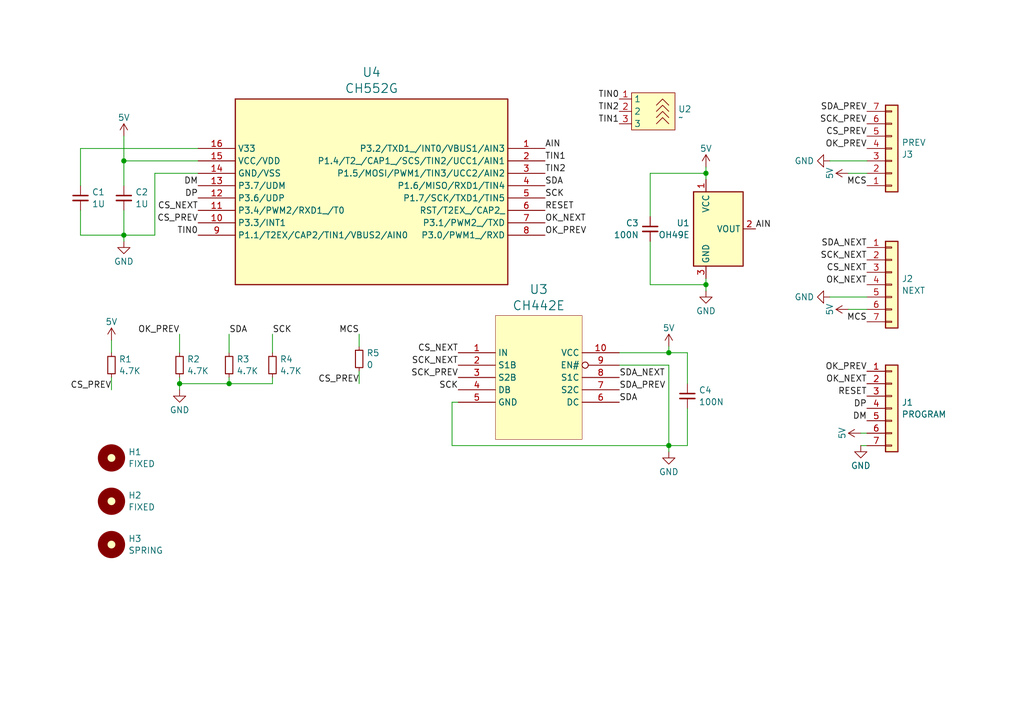
<source format=kicad_sch>
(kicad_sch (version 20250114) (generator "eeschema") (generator_version "9.0")
  (paper "A5")
  (lib_symbols
    (symbol "1New_Library_1:touchslider3"
      (property "Reference" "U" (at 0 0 0))
      (symbol "touchslider3_0_1"
        (rectangle (start -3.81 8.89) (end 5.08 1.27) (fill (type background)))
        (polyline (pts (xy 1.27 6.35) (xy 2.54 7.62) (xy 3.81 6.35)))
        (polyline (pts (xy 1.27 5.08) (xy 2.54 6.35) (xy 3.81 5.08)))
        (polyline (pts (xy 1.27 3.81) (xy 2.54 5.08) (xy 3.81 3.81)))
        (polyline (pts (xy 1.27 2.54) (xy 2.54 3.81) (xy 3.81 2.54)))
      )
      (symbol "touchslider3_1_1"
        (pin input line (at -6.35 7.62 0) (length 2.54) (name "1") (number "1"))
        (pin input line (at -6.35 5.08 0) (length 2.54) (name "2") (number "2"))
        (pin input line (at -6.35 2.54 0) (length 2.54) (name "3") (number "3"))
      )
    )
    (symbol "CHXXX:CH442E"
      (property "Reference" "U" (at 0 0 0))
      (property "Value" "CH442E" (at 0 -27.94 0))
      (symbol "CH442E_1_0"
        (rectangle (start 17.78 0) (end 0 -25.4) (stroke (width 0.0254) (color 128 0 0 1)) (fill (type background)))
        (pin input line (at -7.62 -7.62 0) (length 7.62) (name "IN") (number "1"))
        (pin bidirectional line (at -7.62 -10.16 0) (length 7.62) (name "S1B") (number "2"))
        (pin bidirectional line (at -7.62 -12.7 0) (length 7.62) (name "S2B") (number "3"))
        (pin bidirectional line (at -7.62 -15.24 0) (length 7.62) (name "DB") (number "4"))
        (pin power_in line (at -7.62 -17.78 0) (length 7.62) (name "GND") (number "5"))
        (pin power_in line (at 25.4 -7.62 180) (length 7.62) (name "VCC") (number "10"))
        (pin input inverted (at 25.4 -10.16 180) (length 7.62) (name "EN#") (number "9"))
        (pin bidirectional line (at 25.4 -12.7 180) (length 7.62) (name "S1C") (number "8"))
        (pin bidirectional line (at 25.4 -15.24 180) (length 7.62) (name "S2C") (number "7"))
        (pin bidirectional line (at 25.4 -17.78 180) (length 7.62) (name "DC") (number "6"))
      )
    )
    (symbol "CHXXX:CH552G"
      (property "Reference" "U" (at 0 0 0))
      (property "Value" "CH552G" (at 0 -40.64 0))
      (symbol "CH552G_1_0"
        (rectangle (start 55.88 0) (end 0 -38.1) (stroke (width 0.254) (color 128 0 0 1)) (fill (type background)))
        (pin bidirectional line (at -7.62 -10.16 0) (length 7.62) (name "P3.2/TXD1_/INT0/VBUS1/AIN3") (number "1"))
        (pin bidirectional line (at -7.62 -12.7 0) (length 7.62) (name "P1.4/T2_/CAP1_/SCS/TIN2/UCC1/AIN1") (number "2"))
        (pin bidirectional line (at -7.62 -15.24 0) (length 7.62) (name "P1.5/MOSI/PWM1/TIN3/UCC2/AIN2") (number "3"))
        (pin bidirectional line (at -7.62 -17.78 0) (length 7.62) (name "P1.6/MISO/RXD1/TIN4") (number "4"))
        (pin bidirectional line (at -7.62 -20.32 0) (length 7.62) (name "P1.7/SCK/TXD1/TIN5") (number "5"))
        (pin input line (at -7.62 -22.86 0) (length 7.62) (name "RST/T2EX_/CAP2_") (number "6"))
        (pin bidirectional line (at -7.62 -25.4 0) (length 7.62) (name "P3.1/PWM2_/TXD") (number "7"))
        (pin bidirectional line (at -7.62 -27.94 0) (length 7.62) (name "P3.0/PWM1_/RXD") (number "8"))
        (pin power_in line (at 63.5 -10.16 180) (length 7.62) (name "V33") (number "16"))
        (pin power_in line (at 63.5 -12.7 180) (length 7.62) (name "VCC/VDD") (number "15"))
        (pin power_in line (at 63.5 -15.24 180) (length 7.62) (name "GND/VSS") (number "14"))
        (pin bidirectional line (at 63.5 -17.78 180) (length 7.62) (name "P3.7/UDM") (number "13"))
        (pin bidirectional line (at 63.5 -20.32 180) (length 7.62) (name "P3.6/UDP") (number "12"))
        (pin bidirectional line (at 63.5 -22.86 180) (length 7.62) (name "P3.4/PWM2/RXD1_/T0") (number "11"))
        (pin bidirectional line (at 63.5 -25.4 180) (length 7.62) (name "P3.3/INT1") (number "10"))
        (pin bidirectional line (at 63.5 -27.94 180) (length 7.62) (name "P1.1/T2EX/CAP2/TIN1/VBUS2/AIN0") (number "9"))
      )
    )
    (symbol "Connector:DIN-5" (pin_names (offset 1.016))
      (property "Reference" "J" (at 3.175 5.715 0))
      (property "Value" "DIN-5" (at 0 -6.35 0))
      (symbol "DIN-5_0_1"
        (polyline (pts (xy -5.08 2.54) (xy -4.318 2.54) (xy -3.175 1.905)))
        (polyline (pts (xy -5.08 -2.54) (xy -4.318 -2.54) (xy -3.175 -1.905)))
        (circle (center -2.794 1.524) (radius 0.508))
        (circle (center -2.794 -1.524) (radius 0.508))
        (polyline (pts (xy -0.762 -4.953) (xy -0.762 -4.191) (xy 0.762 -4.191) (xy 0.762 -4.953)) (stroke (width 0.254)))
        (arc (start 5.08 0) (mid 3.8673 -3.3444) (end 0.762 -5.08) (stroke (width 0.254)))
        (polyline (pts (xy 0 5.08) (xy 0 3.81)))
        (circle (center 0 3.302) (radius 0.508))
        (arc (start -5.08 0) (mid 0 5.0579) (end 5.08 0) (stroke (width 0.254)))
        (arc (start -0.762 -5.08) (mid -3.8597 -3.3379) (end -5.08 0) (stroke (width 0.254)))
        (circle (center 2.794 1.524) (radius 0.508))
        (circle (center 2.794 -1.524) (radius 0.508))
        (polyline (pts (xy 5.08 2.54) (xy 4.318 2.54) (xy 3.175 1.905)))
        (polyline (pts (xy 5.08 -2.54) (xy 4.318 -2.54) (xy 3.175 -1.905)))
      )
      (symbol "DIN-5_1_1"
        (pin passive line (at -7.62 2.54 0) (length 2.54) (name "~") (number "2"))
        (pin passive line (at -7.62 -2.54 0) (length 2.54) (name "~") (number "1"))
        (pin passive line (at 0 7.62 270) (length 2.54) (name "~") (number "3"))
        (pin passive line (at 7.62 2.54 180) (length 2.54) (name "~") (number "4"))
        (pin passive line (at 7.62 -2.54 180) (length 2.54) (name "~") (number "5"))
      )
    )
    (symbol "Connector_Generic:Conn_01x07" (pin_names (offset 1.016) (hide yes))
      (property "Reference" "J" (at 0 10.16 0))
      (property "Value" "Conn_01x07" (at 0 -10.16 0))
      (symbol "Conn_01x07_1_1"
        (rectangle (start -1.27 8.89) (end 1.27 -8.89) (stroke (width 0.254)) (fill (type background)))
        (rectangle (start -1.27 7.747) (end 0 7.493) (stroke (width 0.1524)))
        (rectangle (start -1.27 5.207) (end 0 4.953) (stroke (width 0.1524)))
        (rectangle (start -1.27 2.667) (end 0 2.413) (stroke (width 0.1524)))
        (rectangle (start -1.27 0.127) (end 0 -0.127) (stroke (width 0.1524)))
        (rectangle (start -1.27 -2.413) (end 0 -2.667) (stroke (width 0.1524)))
        (rectangle (start -1.27 -4.953) (end 0 -5.207) (stroke (width 0.1524)))
        (rectangle (start -1.27 -7.493) (end 0 -7.747) (stroke (width 0.1524)))
        (pin passive line (at -5.08 7.62 0) (length 3.81) (name "Pin_1") (number "1"))
        (pin passive line (at -5.08 5.08 0) (length 3.81) (name "Pin_2") (number "2"))
        (pin passive line (at -5.08 2.54 0) (length 3.81) (name "Pin_3") (number "3"))
        (pin passive line (at -5.08 0 0) (length 3.81) (name "Pin_4") (number "4"))
        (pin passive line (at -5.08 -2.54 0) (length 3.81) (name "Pin_5") (number "5"))
        (pin passive line (at -5.08 -5.08 0) (length 3.81) (name "Pin_6") (number "6"))
        (pin passive line (at -5.08 -7.62 0) (length 3.81) (name "Pin_7") (number "7"))
      )
    )
    (symbol "Device:C_Small" (pin_numbers (hide yes)) (pin_names (offset 0.254) (hide yes))
      (property "Reference" "C" (at 0.254 1.778 0))
      (property "Value" "C_Small" (at 0.254 -2.032 0))
      (symbol "C_Small_0_1"
        (polyline (pts (xy -1.524 0.508) (xy 1.524 0.508)) (stroke (width 0.3048)))
        (polyline (pts (xy -1.524 -0.508) (xy 1.524 -0.508)) (stroke (width 0.3302)))
      )
      (symbol "C_Small_1_1"
        (pin passive line (at 0 2.54 270) (length 2.032) (name "~") (number "1"))
        (pin passive line (at 0 -2.54 90) (length 2.032) (name "~") (number "2"))
      )
    )
    (symbol "Device:R_Small" (pin_numbers (hide yes)) (pin_names (offset 0.254) (hide yes))
      (property "Reference" "R" (at 0.762 0.508 0))
      (property "Value" "R_Small" (at 0.762 -1.016 0))
      (symbol "R_Small_0_1"
        (rectangle (start -0.762 1.778) (end 0.762 -1.778) (stroke (width 0.2032)))
      )
      (symbol "R_Small_1_1"
        (pin passive line (at 0 2.54 270) (length 0.762) (name "~") (number "1"))
        (pin passive line (at 0 -2.54 90) (length 0.762) (name "~") (number "2"))
      )
    )
    (symbol "Isolator:6N138" (pin_names (offset 1.016) (hide yes))
      (property "Reference" "U" (at -4.064 8.89 0))
      (property "Value" "6N138" (at 2.286 8.89 0))
      (symbol "6N138_0_1"
        (rectangle (start -5.08 7.62) (end 5.08 -7.62) (stroke (width 0.254)) (fill (type background)))
        (polyline (pts (xy -5.08 -2.54) (xy -3.937 -2.54) (xy -3.937 2.54) (xy -5.08 2.54)))
        (polyline (pts (xy -4.572 -0.635) (xy -3.302 -0.635)) (stroke (width 0.254)))
        (polyline (pts (xy -3.937 -0.635) (xy -4.572 0.635) (xy -3.302 0.635) (xy -3.937 -0.635)) (stroke (width 0.254)))
        (polyline (pts (xy -2.794 0.508) (xy -1.524 0.508) (xy -1.905 0.381) (xy -1.905 0.635) (xy -1.524 0.508)))
        (polyline (pts (xy -2.794 -0.508) (xy -1.524 -0.508) (xy -1.905 -0.635) (xy -1.905 -0.381) (xy -1.524 -0.508)))
        (polyline (pts (xy 0.254 -0.635) (xy 0.889 -1.905) (xy -0.381 -1.905) (xy 0.254 -0.635)) (stroke (width 0.254)))
        (polyline (pts (xy 0.889 -0.635) (xy -0.381 -0.635)) (stroke (width 0.254)))
        (polyline (pts (xy 1.27 -2.54) (xy 0.254 -2.54) (xy 0.254 5.08) (xy 2.54 5.08)))
        (polyline (pts (xy 1.397 -1.524) (xy 1.397 -3.556) (xy 1.397 -3.556)) (stroke (width 0.3556)))
        (polyline (pts (xy 1.397 -2.413) (xy 2.54 -1.27)))
        (polyline (pts (xy 1.397 -2.667) (xy 2.54 -3.81)))
        (polyline (pts (xy 2.413 -3.683) (xy 2.159 -3.175) (xy 1.905 -3.429) (xy 2.413 -3.683)))
        (polyline (pts (xy 2.54 -1.27) (xy 2.54 5.08) (xy 5.08 5.08)))
        (polyline (pts (xy 2.54 -3.81) (xy 3.175 -3.81)))
        (polyline (pts (xy 3.429 -2.794) (xy 3.429 -4.826) (xy 3.429 -4.826)) (stroke (width 0.3556)))
        (polyline (pts (xy 3.429 -3.683) (xy 4.572 -2.54)))
        (polyline (pts (xy 3.429 -3.937) (xy 4.572 -5.08)))
        (polyline (pts (xy 4.445 -4.953) (xy 4.191 -4.445) (xy 3.937 -4.699) (xy 4.445 -4.953)))
        (polyline (pts (xy 4.572 -2.54) (xy 5.08 -2.54)))
        (polyline (pts (xy 4.572 -5.08) (xy 5.08 -5.08)))
        (polyline (pts (xy 5.08 2.54) (xy 3.048 2.54) (xy 3.048 -3.81)))
      )
      (symbol "6N138_1_1"
        (pin passive line (at -7.62 2.54 0) (length 2.54) (name "C1") (number "2"))
        (pin passive line (at -7.62 -2.54 0) (length 2.54) (name "C2") (number "3"))
        (pin no_connect line (at -5.08 5.08 0) (length 2.54) (hide yes) (name "NC") (number "1"))
        (pin no_connect line (at -5.08 -5.08 0) (length 2.54) (hide yes) (name "NC") (number "4"))
        (pin passive line (at 7.62 5.08 180) (length 2.54) (name "VCC") (number "8"))
        (pin passive line (at 7.62 2.54 180) (length 2.54) (name "VO1") (number "7"))
        (pin passive line (at 7.62 -2.54 180) (length 2.54) (name "VO2") (number "6"))
        (pin passive line (at 7.62 -5.08 180) (length 2.54) (name "GND") (number "5"))
      )
    )
    (symbol "PCM_Diode_AKL:1N914" (pin_numbers (hide yes)) (pin_names (offset 1.016) (hide yes))
      (property "Reference" "D" (at 0 5.08 0))
      (property "Value" "1N914" (at 0 2.54 0))
      (symbol "1N914_0_1"
        (polyline (pts (xy -1.27 1.27) (xy -1.27 -1.27) (xy 1.27 0) (xy -1.27 1.27)) (stroke (width 0.254)) (fill (type outline)))
        (polyline (pts (xy -1.27 0) (xy 1.27 0)))
        (polyline (pts (xy 1.27 1.27) (xy 1.27 -1.27)) (stroke (width 0.254)))
      )
      (symbol "1N914_0_2"
        (polyline (pts (xy -2.54 -2.54) (xy 2.54 2.54)))
        (polyline (pts (xy -0.889 -0.889) (xy -1.778 0) (xy 0.889 0.889) (xy 0 -1.778) (xy -0.889 -0.889)) (stroke (width 0.254)) (fill (type outline)))
        (polyline (pts (xy 0 1.778) (xy 1.778 0)) (stroke (width 0.254)))
      )
      (symbol "1N914_1_1"
        (pin passive line (at -3.81 0 0) (length 2.54) (name "A") (number "2"))
        (pin passive line (at 3.81 0 180) (length 2.54) (name "K") (number "1"))
      )
      (symbol "1N914_1_2"
        (pin passive line (at -2.54 -2.54 0) (length 0) (name "A") (number "2"))
        (pin passive line (at 2.54 2.54 180) (length 0) (name "K") (number "1"))
      )
    )
    (symbol "PCM_SL_Mechanical:MountingHole_M3"
      (property "Reference" "H" (at 0 7.62 0))
      (property "Value" "MountingHole_M3" (at 0 5.08 0))
      (symbol "MountingHole_M3_0_1"
        (circle (center 0 0) (radius 1.27) (fill (type background)))
        (circle (center 0 0) (radius 1.7961) (stroke (width 2)))
      )
    )
    (symbol "Sensor_Magnetic:A1101ELHL"
      (property "Reference" "U" (at 0 11.43 0))
      (property "Value" "A1101ELHL" (at 0 8.89 0))
      (symbol "A1101ELHL_0_1"
        (rectangle (start -5.08 7.62) (end 5.08 -7.62) (stroke (width 0.254)) (fill (type background)))
      )
      (symbol "A1101ELHL_1_1"
        (pin power_in line (at -2.54 10.16 270) (length 2.54) (name "VCC") (number "1"))
        (pin power_in line (at -2.54 -10.16 90) (length 2.54) (name "GND") (number "3"))
        (pin open_collector line (at 7.62 0 180) (length 2.54) (name "VOUT") (number "2"))
      )
    )
    (symbol "SparkFun-PowerSymbol:5V" (power) (pin_names (offset 0))
      (property "Value" "5V" (at 0 3.81 0))
      (symbol "5V_0_1"
        (polyline (pts (xy -0.762 1.27) (xy 0 2.54)))
        (polyline (pts (xy 0 2.54) (xy 0.762 1.27)))
        (polyline (pts (xy 0 0) (xy 0 2.54)))
      )
      (symbol "5V_1_1"
        (pin power_in line (at 0 0 90) (length 0) (hide yes) (name "5V") (number "1"))
      )
    )
    (symbol "power:GND" (power) (pin_numbers (hide yes)) (pin_names (offset 0) (hide yes))
      (property "Value" "GND" (at 0 -3.81 0))
      (symbol "GND_0_1"
        (polyline (pts (xy 0 0) (xy 0 -1.27) (xy 1.27 -1.27) (xy 0 -2.54) (xy -1.27 -1.27) (xy 0 -1.27)))
      )
      (symbol "GND_1_1"
        (pin power_in line (at 0 0 270) (length 0) (name "~") (number "1"))
      )
    )
  )
  (junction (at 46.99 78.74))
  (junction (at 144.78 35.56))
  (junction (at 144.78 58.42))
  (junction (at 149.86 468.63))
  (junction (at 149.86 458.47))
  (junction (at 25.4 33.02))
  (junction (at 25.4 48.26))
  (junction (at 137.16 91.44))
  (junction (at 181.61 463.55))
  (junction (at 137.16 72.39))
  (junction (at 36.83 78.74))
  (wire (pts (xy 137.16 92.71) (xy 137.16 91.44)))
  (wire (pts (xy 127 74.93) (xy 137.16 74.93)))
  (wire (pts (xy 144.78 57.15) (xy 144.78 58.42)))
  (wire (pts (xy 173.99 35.56) (xy 177.8 35.56)))
  (wire (pts (xy 144.78 58.42) (xy 144.78 59.69)))
  (wire (pts (xy 149.86 458.47) (xy 161.29 458.47)))
  (wire (pts (xy 93.98 82.55) (xy 92.71 82.55)))
  (wire (pts (xy 138.43 458.47) (xy 139.7 458.47)))
  (wire (pts (xy 73.66 68.58) (xy 73.66 71.12)))
  (wire (pts (xy 46.99 78.74) (xy 55.88 78.74)))
  (wire (pts (xy 25.4 27.94) (xy 25.4 33.02)))
  (wire (pts (xy 46.99 77.47) (xy 46.99 78.74)))
  (wire (pts (xy 25.4 43.18) (xy 25.4 48.26)))
  (wire (pts (xy 140.97 83.82) (xy 140.97 91.44)))
  (wire (pts (xy 176.53 88.9) (xy 177.8 88.9)))
  (wire (pts (xy 170.18 33.02) (xy 177.8 33.02)))
  (wire (pts (xy 181.61 463.55) (xy 181.61 462.28)))
  (wire (pts (xy 25.4 38.1) (xy 25.4 33.02)))
  (wire (pts (xy 55.88 78.74) (xy 55.88 77.47)))
  (wire (pts (xy 25.4 33.02) (xy 40.64 33.02)))
  (wire (pts (xy 127 72.39) (xy 137.16 72.39)))
  (wire (pts (xy 137.16 72.39) (xy 137.16 71.12)))
  (wire (pts (xy 140.97 72.39) (xy 137.16 72.39)))
  (wire (pts (xy 149.86 468.63) (xy 149.86 467.36)))
  (wire (pts (xy 16.51 38.1) (xy 16.51 30.48)))
  (wire (pts (xy 40.64 35.56) (xy 31.75 35.56)))
  (wire (pts (xy 177.8 466.09) (xy 176.53 466.09)))
  (wire (pts (xy 22.86 77.47) (xy 22.86 80.01)))
  (wire (pts (xy 133.35 58.42) (xy 144.78 58.42)))
  (wire (pts (xy 36.83 68.58) (xy 36.83 72.39)))
  (wire (pts (xy 16.51 30.48) (xy 40.64 30.48)))
  (wire (pts (xy 181.61 455.93) (xy 181.61 457.2)))
  (wire (pts (xy 176.53 455.93) (xy 181.61 455.93)))
  (wire (pts (xy 181.61 463.55) (xy 190.5 463.55)))
  (wire (pts (xy 36.83 78.74) (xy 46.99 78.74)))
  (wire (pts (xy 133.35 35.56) (xy 144.78 35.56)))
  (wire (pts (xy 176.53 91.44) (xy 177.8 91.44)))
  (wire (pts (xy 46.99 68.58) (xy 46.99 72.39)))
  (wire (pts (xy 140.97 78.74) (xy 140.97 72.39)))
  (wire (pts (xy 137.16 74.93) (xy 137.16 91.44)))
  (wire (pts (xy 133.35 49.53) (xy 133.35 58.42)))
  (wire (pts (xy 144.78 34.29) (xy 144.78 35.56)))
  (wire (pts (xy 177.8 466.09) (xy 177.8 468.63)))
  (wire (pts (xy 133.35 44.45) (xy 133.35 35.56)))
  (wire (pts (xy 161.29 463.55) (xy 161.29 468.63)))
  (wire (pts (xy 149.86 468.63) (xy 123.19 468.63)))
  (wire (pts (xy 16.51 43.18) (xy 16.51 48.26)))
  (wire (pts (xy 170.18 60.96) (xy 177.8 60.96)))
  (wire (pts (xy 16.51 48.26) (xy 25.4 48.26)))
  (wire (pts (xy 25.4 48.26) (xy 25.4 49.53)))
  (wire (pts (xy 123.19 458.47) (xy 123.19 468.63)))
  (wire (pts (xy 176.53 463.55) (xy 181.61 463.55)))
  (wire (pts (xy 144.78 458.47) (xy 149.86 458.47)))
  (wire (pts (xy 31.75 48.26) (xy 25.4 48.26)))
  (wire (pts (xy 173.99 63.5) (xy 177.8 63.5)))
  (wire (pts (xy 140.97 91.44) (xy 137.16 91.44)))
  (wire (pts (xy 22.86 69.85) (xy 22.86 72.39)))
  (wire (pts (xy 36.83 80.01) (xy 36.83 78.74)))
  (wire (pts (xy 149.86 458.47) (xy 149.86 459.74)))
  (wire (pts (xy 149.86 468.63) (xy 161.29 468.63)))
  (wire (pts (xy 73.66 76.2) (xy 73.66 78.74)))
  (wire (pts (xy 31.75 35.56) (xy 31.75 48.26)))
  (wire (pts (xy 55.88 68.58) (xy 55.88 72.39)))
  (wire (pts (xy 36.83 77.47) (xy 36.83 78.74)))
  (wire (pts (xy 92.71 91.44) (xy 137.16 91.44)))
  (wire (pts (xy 144.78 35.56) (xy 144.78 36.83)))
  (wire (pts (xy 92.71 82.55) (xy 92.71 91.44)))
  (label "RX" (at 190.5 463.55 0))
  (label "CS_PREV" (at 177.8 27.94 180))
  (label "OK_NEXT" (at 177.8 58.42 180))
  (label "DP" (at 40.64 40.64 180))
  (label "CS_PREV" (at 22.86 80.01 180))
  (label "SDA_NEXT" (at 127 77.47 0))
  (label "SDA" (at 111.76 38.1 0))
  (label "TIN1" (at 127 25.4 180))
  (label "SCK" (at 111.76 40.64 0))
  (label "DP" (at 177.8 83.82 180))
  (label "OK_PREV" (at 177.8 30.48 180))
  (label "MCS" (at 177.8 66.04 180))
  (label "OK_PREV" (at 111.76 48.26 0))
  (label "SDA" (at 127 82.55 0))
  (label "TIN0" (at 127 20.32 180))
  (label "DM" (at 40.64 38.1 180))
  (label "SCK" (at 55.88 68.58 0))
  (label "SDA_PREV" (at 127 80.01 0))
  (label "TIN0" (at 40.64 48.26 180))
  (label "CS_PREV" (at 40.64 45.72 180))
  (label "SDA" (at 46.99 68.58 0))
  (label "CS_NEXT" (at 93.98 72.39 180))
  (label "SCK" (at 93.98 80.01 180))
  (label "OK_NEXT" (at 111.76 45.72 0))
  (label "SCK_NEXT" (at 177.8 53.34 180))
  (label "AIN" (at 154.94 46.99 0))
  (label "CS_NEXT" (at 177.8 55.88 180))
  (label "SDA_PREV" (at 177.8 22.86 180))
  (label "OK_NEXT" (at 177.8 78.74 180))
  (label "CS_NEXT" (at 40.64 43.18 180))
  (label "RESET" (at 111.76 43.18 0))
  (label "DM" (at 177.8 86.36 180))
  (label "CS_PREV" (at 73.66 78.74 180))
  (label "SDA_NEXT" (at 177.8 50.8 180))
  (label "SCK_NEXT" (at 93.98 74.93 180))
  (label "TIN2" (at 111.76 35.56 0))
  (label "SCK_PREV" (at 177.8 25.4 180))
  (label "OK_PREV" (at 36.83 68.58 180))
  (label "OK_PREV" (at 177.8 76.2 180))
  (label "MCS" (at 73.66 68.58 180))
  (label "TIN2" (at 127 22.86 180))
  (label "RESET" (at 177.8 81.28 180))
  (label "MCS" (at 177.8 38.1 180))
  (label "SCK_PREV" (at 93.98 77.47 180))
  (label "TIN1" (at 111.76 33.02 0))
  (label "AIN" (at 111.76 30.48 0))
  (symbol (lib_id "Connector_Generic:Conn_01x07") (at 182.88 58.42 0) (unit 1)
    (property "Reference" "J2" (at 184.912 57.2078 0) (effects (justify left)))
    (property "Value" "NEXT" (at 184.912 59.6321 0) (effects (justify left)))
    (property "Footprint" "footprint:SM07BSRSSTBLFSN" (effects (hide yes)))
    (property "Description" "Generic connector, single row, 01x07, script generated (kicad-library-utils/schlib/autogen/connector/)" (effects (hide yes)))
  )
  (symbol (lib_id "power:GND") (at 170.18 33.02 270) (unit 1)
    (property "Reference" "#PWR03" (effects (hide yes)))
    (property "Value" "GND" (at 167.0051 33.02 90) (effects (justify right)))
    (property "Description" "Power symbol creates a global label with name \"GND\" , ground" (effects (hide yes)))
  )
  (symbol (lib_id "Device:R_Small") (at 36.83 74.93 0) (unit 1)
    (property "Reference" "R2" (at 38.3286 73.7178 0) (effects (justify left)))
    (property "Value" "4.7K" (at 38.3286 76.1421 0) (effects (justify left)))
    (property "Footprint" "PCM_Resistor_SMD_AKL:R_0603_1608Metric" (effects (hide yes)))
    (property "Description" "Resistor, small symbol" (effects (hide yes)))
  )
  (symbol (lib_id "power:GND") (at 137.16 92.71 0) (unit 1)
    (property "Reference" "#PWR04" (effects (hide yes)))
    (property "Value" "GND" (at 137.16 96.8431 0))
    (property "Description" "Power symbol creates a global label with name \"GND\" , ground" (effects (hide yes)))
  )
  (symbol (lib_id "Connector_Generic:Conn_01x07") (at 182.88 30.48 0) (mirror x) (unit 1)
    (property "Reference" "J3" (at 184.912 31.6922 0) (effects (justify left)))
    (property "Value" "PREV" (at 184.912 29.2679 0) (effects (justify left)))
    (property "Footprint" "footprint:SM07BSRSSTBLFSN" (effects (hide yes)))
    (property "Description" "Generic connector, single row, 01x07, script generated (kicad-library-utils/schlib/autogen/connector/)" (effects (hide yes)))
  )
  (symbol (lib_id "Connector:DIN-5") (at 130.81 455.93 180) (unit 1)
    (property "Reference" "J4" (at 130.8099 446.7055 0))
    (property "Value" "DIN-5" (at 130.8099 449.1298 0))
    (property "Datasheet" "http://www.mouser.com/ds/2/18/40_c091_abd_e-75918.pdf" (effects (hide yes)))
    (property "Description" "5-pin DIN connector" (effects (hide yes)))
  )
  (symbol (lib_id "PCM_SL_Mechanical:MountingHole_M3") (at 22.86 111.76 0) (unit 1)
    (property "Reference" "H3" (at 26.2911 110.5478 0) (effects (justify left)))
    (property "Value" "SPRING" (at 26.2911 112.9721 0) (effects (justify left)))
    (property "Footprint" "MountingHole:MountingHole_3.2mm_M3" (effects (hide yes)))
    (property "Description" "3.2mm Diameter Mounting Hole (M3)" (effects (hide yes)))
  )
  (symbol (lib_id "Device:R_Small") (at 73.66 73.66 0) (unit 1)
    (property "Reference" "R5" (at 75.1586 72.4478 0) (effects (justify left)))
    (property "Value" "0" (at 75.1586 74.8721 0) (effects (justify left)))
    (property "Footprint" "PCM_Resistor_SMD_AKL:R_0603_1608Metric" (effects (hide yes)))
    (property "Description" "Resistor, small symbol" (effects (hide yes)))
  )
  (symbol (lib_id "power:GND") (at 144.78 59.69 0) (unit 1)
    (property "Reference" "#PWR08" (effects (hide yes)))
    (property "Value" "GND" (at 144.78 63.8231 0))
    (property "Description" "Power symbol creates a global label with name \"GND\" , ground" (effects (hide yes)))
  )
  (symbol (lib_id "SparkFun-PowerSymbol:5V") (at 144.78 34.29 0) (unit 1)
    (property "Reference" "#PWR07" (effects (hide yes)))
    (property "Value" "5V" (at 144.78 30.48 0))
    (property "Description" "Power symbol creates a global label with name \"5V\"" (effects (hide yes)))
  )
  (symbol (lib_id "Device:C_Small") (at 133.35 46.99 0) (unit 1)
    (property "Reference" "C3" (at 131.0259 45.7841 0) (effects (justify right)))
    (property "Value" "100N" (at 131.0259 48.2084 0) (effects (justify right)))
    (property "Footprint" "PCM_Capacitor_SMD_AKL:C_0603_1608Metric" (effects (hide yes)))
    (property "Description" "Unpolarized capacitor, small symbol" (effects (hide yes)))
  )
  (symbol (lib_id "power:GND") (at 176.53 91.44 0) (unit 1)
    (property "Reference" "#PWR014" (effects (hide yes)))
    (property "Value" "GND" (at 176.53 95.5731 0))
    (property "Description" "Power symbol creates a global label with name \"GND\" , ground" (effects (hide yes)))
  )
  (symbol (lib_id "Device:R_Small") (at 46.99 74.93 0) (unit 1)
    (property "Reference" "R3" (at 48.4886 73.7178 0) (effects (justify left)))
    (property "Value" "4.7K" (at 48.4886 76.1421 0) (effects (justify left)))
    (property "Footprint" "PCM_Resistor_SMD_AKL:R_0603_1608Metric" (effects (hide yes)))
    (property "Description" "Resistor, small symbol" (effects (hide yes)))
  )
  (symbol (lib_id "Isolator:6N138") (at 168.91 461.01 0) (unit 1)
    (property "Reference" "U5" (at 168.91 449.2455 0))
    (property "Value" "6N138" (at 168.91 451.6698 0))
    (property "Datasheet" "http://www.onsemi.com/pub/Collateral/HCPL2731-D.pdf" (effects (hide yes)))
    (property "Description" "Low Input Current high Gain Split Darlington Optocouplers, -0.5V to 7V VDD, DIP-8" (effects (hide yes)))
  )
  (symbol (lib_id "CHXXX:CH442E") (at 101.6 64.77 0) (unit 1)
    (property "Reference" "U3" (at 110.49 59.3916 0) (effects (font (size 1.8288 1.8288))))
    (property "Value" "CH442E" (at 110.49 62.7147 0) (effects (font (size 1.8288 1.8288))))
    (property "Footprint" "CHXXX:MSOP10" (effects (hide yes)))
    (property "Description" "DPDT Low resistance mux 2:1 Analog switches with enable for 5V" (effects (hide yes)))
  )
  (symbol (lib_id "CHXXX:CH552G") (at 104.14 20.32 0) (mirror y) (unit 1)
    (property "Reference" "U4" (at 76.2 14.8273 0) (effects (font (size 1.8288 1.8288))))
    (property "Value" "CH552G" (at 76.2 18.1504 0) (effects (font (size 1.8288 1.8288))))
    (property "Footprint" "CHXXX:SOP16" (effects (hide yes)))
    (property "Description" "8bit MCS51 MCU with ADC & SPI & USB device & dual UART" (effects (hide yes)))
  )
  (symbol (lib_id "power:GND") (at 36.83 80.01 0) (unit 1)
    (property "Reference" "#PWR05" (effects (hide yes)))
    (property "Value" "GND" (at 36.83 84.1431 0))
    (property "Description" "Power symbol creates a global label with name \"GND\" , ground" (effects (hide yes)))
  )
  (symbol (lib_id "PCM_Diode_AKL:1N914") (at 149.86 463.55 90) (unit 1)
    (property "Reference" "D1" (at 151.892 462.3378 90) (effects (justify right)))
    (property "Value" "1N914" (at 151.892 464.7621 90) (effects (justify right)))
    (property "Footprint" "PCM_Diode_THT_AKL:D_DO-35_SOD27_P7.62mm_Horizontal" (effects (hide yes)))
    (property "Datasheet" "https://datasheet.octopart.com/1N914ATR-ON-Semiconductor-datasheet-42765246.pdf" (effects (hide yes)))
    (property "Description" "DO-35 Diode, Small Signal, Fast Switching, 75V, 200mA, 4ns, Alternate KiCad Library" (effects (hide yes)))
  )
  (symbol (lib_id "SparkFun-PowerSymbol:5V") (at 22.86 69.85 0) (unit 1)
    (property "Reference" "#PWR016" (effects (hide yes)))
    (property "Value" "5V" (at 22.86 66.04 0))
    (property "Description" "Power symbol creates a global label with name \"5V\"" (effects (hide yes)))
  )
  (symbol (lib_id "1New_Library_1:touchslider3") (at 133.35 27.94 0) (unit 1)
    (property "Reference" "U2" (at 139.065 22.3908 0) (effects (justify left)))
    (property "Value" "~" (at 139.065 24.0722 0) (effects (justify left)))
    (property "Footprint" "1MyLibrary:TouchSlider-3_16x8mm" (effects (hide yes)))
  )
  (symbol (lib_id "Connector_Generic:Conn_01x07") (at 182.88 83.82 0) (unit 1)
    (property "Reference" "J1" (at 184.912 82.6078 0) (effects (justify left)))
    (property "Value" "PROGRAM" (at 184.912 85.0321 0) (effects (justify left)))
    (property "Footprint" "footprint:SM07BSRSSTBLFSN" (effects (hide yes)))
    (property "Description" "Generic connector, single row, 01x07, script generated (kicad-library-utils/schlib/autogen/connector/)" (effects (hide yes)))
  )
  (symbol (lib_id "Device:R_Small") (at 22.86 74.93 0) (unit 1)
    (property "Reference" "R1" (at 24.3586 73.7178 0) (effects (justify left)))
    (property "Value" "4.7K" (at 24.3586 76.1421 0) (effects (justify left)))
    (property "Footprint" "PCM_Resistor_SMD_AKL:R_0603_1608Metric" (effects (hide yes)))
    (property "Description" "Resistor, small symbol" (effects (hide yes)))
  )
  (symbol (lib_id "SparkFun-PowerSymbol:5V") (at 176.53 88.9 90) (unit 1)
    (property "Reference" "#PWR013" (effects (hide yes)))
    (property "Value" "5V" (at 172.72 88.9 0))
    (property "Description" "Power symbol creates a global label with name \"5V\"" (effects (hide yes)))
  )
  (symbol (lib_id "SparkFun-PowerSymbol:5V") (at 25.4 27.94 0) (unit 1)
    (property "Reference" "#PWR06" (effects (hide yes)))
    (property "Value" "5V" (at 25.4 24.13 0))
    (property "Description" "Power symbol creates a global label with name \"5V\"" (effects (hide yes)))
  )
  (symbol (lib_id "SparkFun-PowerSymbol:5V") (at 173.99 35.56 90) (unit 1)
    (property "Reference" "#PWR015" (effects (hide yes)))
    (property "Value" "5V" (at 170.18 35.56 0))
    (property "Description" "Power symbol creates a global label with name \"5V\"" (effects (hide yes)))
  )
  (symbol (lib_id "Device:R_Small") (at 142.24 458.47 90) (unit 1)
    (property "Reference" "R6" (at 142.24 453.5889 90))
    (property "Value" "220" (at 142.24 456.0132 90))
    (property "Description" "Resistor, small symbol" (effects (hide yes)))
  )
  (symbol (lib_id "SparkFun-PowerSymbol:5V") (at 137.16 71.12 0) (unit 1)
    (property "Reference" "#PWR011" (effects (hide yes)))
    (property "Value" "5V" (at 137.16 67.31 0))
    (property "Description" "Power symbol creates a global label with name \"5V\"" (effects (hide yes)))
  )
  (symbol (lib_id "Device:C_Small") (at 140.97 81.28 0) (unit 1)
    (property "Reference" "C4" (at 143.2941 80.0741 0) (effects (justify left)))
    (property "Value" "100N" (at 143.2941 82.4984 0) (effects (justify left)))
    (property "Footprint" "PCM_Capacitor_SMD_AKL:C_0603_1608Metric" (effects (hide yes)))
    (property "Description" "Unpolarized capacitor, small symbol" (effects (hide yes)))
  )
  (symbol (lib_id "power:GND") (at 177.8 468.63 0) (unit 1)
    (property "Reference" "#PWR09" (effects (hide yes)))
    (property "Value" "GND" (at 177.8 472.7631 0))
    (property "Description" "Power symbol creates a global label with name \"GND\" , ground" (effects (hide yes)))
  )
  (symbol (lib_id "PCM_SL_Mechanical:MountingHole_M3") (at 22.86 93.98 0) (unit 1)
    (property "Reference" "H1" (at 26.2911 92.7678 0) (effects (justify left)))
    (property "Value" "FIXED" (at 26.2911 95.1921 0) (effects (justify left)))
    (property "Footprint" "MountingHole:MountingHole_3.2mm_M3" (effects (hide yes)))
    (property "Description" "3.2mm Diameter Mounting Hole (M3)" (effects (hide yes)))
  )
  (symbol (lib_id "power:GND") (at 170.18 60.96 270) (unit 1)
    (property "Reference" "#PWR01" (effects (hide yes)))
    (property "Value" "GND" (at 167.0051 60.96 90) (effects (justify right)))
    (property "Description" "Power symbol creates a global label with name \"GND\" , ground" (effects (hide yes)))
  )
  (symbol (lib_id "Sensor_Magnetic:A1101ELHL") (at 147.32 46.99 0) (unit 1)
    (property "Reference" "U1" (at 141.478 45.7778 0) (effects (justify right)))
    (property "Value" "OH49E" (at 141.478 48.2021 0) (effects (justify right)))
    (property "Footprint" "Package_TO_SOT_SMD:SOT-23W" (effects (hide yes)))
    (property "Datasheet" "https://www.allegromicro.com/-/media/files/datasheets/a110x-datasheet.ashx" (effects (hide yes)))
    (property "Description" "Hall effect switch, unipolar, Bop=100G, Brp=45G, -40C to +85C, SOT-23W" (effects (hide yes)))
  )
  (symbol (lib_id "Device:R_Small") (at 55.88 74.93 0) (unit 1)
    (property "Reference" "R4" (at 57.3786 73.7178 0) (effects (justify left)))
    (property "Value" "4.7K" (at 57.3786 76.1421 0) (effects (justify left)))
    (property "Footprint" "PCM_Resistor_SMD_AKL:R_0603_1608Metric" (effects (hide yes)))
    (property "Description" "Resistor, small symbol" (effects (hide yes)))
  )
  (symbol (lib_id "PCM_SL_Mechanical:MountingHole_M3") (at 22.86 102.87 0) (unit 1)
    (property "Reference" "H2" (at 26.2911 101.6578 0) (effects (justify left)))
    (property "Value" "FIXED" (at 26.2911 104.0821 0) (effects (justify left)))
    (property "Footprint" "MountingHole:MountingHole_3.2mm_M3" (effects (hide yes)))
    (property "Description" "3.2mm Diameter Mounting Hole (M3)" (effects (hide yes)))
  )
  (symbol (lib_id "Device:C_Small") (at 16.51 40.64 0) (unit 1)
    (property "Reference" "C1" (at 18.8341 39.4341 0) (effects (justify left)))
    (property "Value" "1U" (at 18.8341 41.8584 0) (effects (justify left)))
    (property "Footprint" "PCM_Capacitor_SMD_AKL:C_0805_2012Metric" (effects (hide yes)))
    (property "Description" "Unpolarized capacitor, small symbol" (effects (hide yes)))
  )
  (symbol (lib_id "power:GND") (at 25.4 49.53 0) (unit 1)
    (property "Reference" "#PWR02" (effects (hide yes)))
    (property "Value" "GND" (at 25.4 53.6631 0))
    (property "Description" "Power symbol creates a global label with name \"GND\" , ground" (effects (hide yes)))
  )
  (symbol (lib_id "Device:R_Small") (at 181.61 459.74 180) (unit 1)
    (property "Reference" "R7" (at 183.1086 458.5278 0) (effects (justify right)))
    (property "Value" "270" (at 183.1086 460.9521 0) (effects (justify right)))
    (property "Description" "Resistor, small symbol" (effects (hide yes)))
  )
  (symbol (lib_id "Device:C_Small") (at 25.4 40.64 0) (unit 1)
    (property "Reference" "C2" (at 27.7241 39.4341 0) (effects (justify left)))
    (property "Value" "1U" (at 27.7241 41.8584 0) (effects (justify left)))
    (property "Footprint" "PCM_Capacitor_SMD_AKL:C_0805_2012Metric" (effects (hide yes)))
    (property "Description" "Unpolarized capacitor, small symbol" (effects (hide yes)))
  )
  (symbol (lib_id "SparkFun-PowerSymbol:5V") (at 173.99 63.5 90) (unit 1)
    (property "Reference" "#PWR012" (effects (hide yes)))
    (property "Value" "5V" (at 170.18 63.5 0))
    (property "Description" "Power symbol creates a global label with name \"5V\"" (effects (hide yes)))
  )
)
</source>
